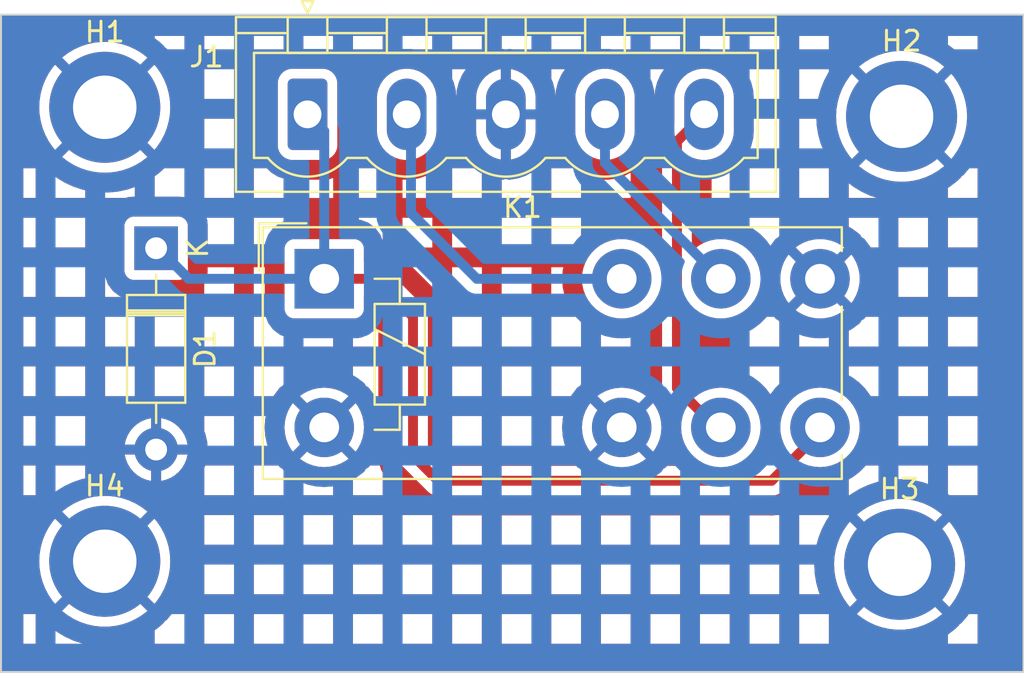
<source format=kicad_pcb>
(kicad_pcb (version 20221018) (generator pcbnew)
  (layers (0 "F.Cu" signal) (31 "B.Cu" signal) (34 "B.Paste" user) (35 "F.Paste" user) (36 "B.SilkS" user "B.Silkscreen") (37 "F.SilkS" user "F.Silkscreen") (38 "B.Mask" user) (39 "F.Mask" user) (44 "Edge.Cuts" user))
  (net 0 "")
  (net 1 "/w_on")
  (net 2 "GND")
  (net 3 "/r_on")
  (net 4 "/con_a")
  (net 5 "/con_b")
  (footprint "Diode_THT:D_DO-41_SOD81_P10.16mm_Horizontal" (layer "F.Cu") (at 29.0068 26.416 -90)
    (fp_text reference "D1" (at 5.08 -2.47 90) (layer "F.SilkS"))
    (fp_text value "1N4001")
    (fp_text user "K" (at 0 -2.1 90) (layer "F.SilkS"))
    (fp_line (start 1.34 0) (end 2.36 0) (stroke (width 0.12)) (layer "F.SilkS"))
    (fp_line (start 2.36 -1.47) (end 2.36 1.47) (stroke (width 0.12)) (layer "F.SilkS"))
    (fp_line (start 2.36 1.47) (end 7.8 1.47) (stroke (width 0.12)) (layer "F.SilkS"))
    (fp_line (start 3.14 -1.47) (end 3.14 1.47) (stroke (width 0.12)) (layer "F.SilkS"))
    (fp_line (start 3.26 -1.47) (end 3.26 1.47) (stroke (width 0.12)) (layer "F.SilkS"))
    (fp_line (start 3.38 -1.47) (end 3.38 1.47) (stroke (width 0.12)) (layer "F.SilkS"))
    (fp_line (start 7.8 -1.47) (end 2.36 -1.47) (stroke (width 0.12)) (layer "F.SilkS"))
    (fp_line (start 7.8 1.47) (end 7.8 -1.47) (stroke (width 0.12)) (layer "F.SilkS"))
    (fp_line (start 8.82 0) (end 7.8 0) (stroke (width 0.12)) (layer "F.SilkS"))
    (pad "1" thru_hole rect (at 0 0 270) (size 2.2 2.2) (drill 1.1) (layers "*.Cu" "*.Mask") (net 1 "/w_on"))
    (pad "2" thru_hole oval (at 10.16 0 270) (size 2.2 2.2) (drill 1.1) (layers "*.Cu" "*.Mask") (net 2 "GND"))
  )
  (footprint "MountingHole:MountingHole_3.2mm_M3_DIN965_Pad_TopBottom" (layer "F.Cu") (at 26.416 19.304)
    (fp_text reference "H1" (at 0 -3.8) (layer "F.SilkS"))
    (fp_text value "MountingHole_Pad" hide)
    (pad "1" thru_hole circle (at 0 0) (size 3.6 3.6) (drill 3.2) (layers "*.Cu" "*.Mask") (net 2 "GND"))
    (pad "1" connect circle (at 0 0) (size 5.6 5.6) (layers "F.Cu" "F.Mask") (net 2 "GND"))
    (pad "1" connect circle (at 0 0) (size 5.6 5.6) (layers "B.Cu" "B.Mask") (net 2 "GND"))
  )
  (footprint "MountingHole:MountingHole_3.2mm_M3_DIN965_Pad_TopBottom" (layer "F.Cu") (at 66.4972 42.3672)
    (fp_text reference "H3" (at 0 -3.8) (layer "F.SilkS"))
    (fp_text value "MountingHole_Pad" hide)
    (pad "1" thru_hole circle (at 0 0) (size 3.6 3.6) (drill 3.2) (layers "*.Cu" "*.Mask") (net 2 "GND"))
    (pad "1" connect circle (at 0 0) (size 5.6 5.6) (layers "F.Cu" "F.Mask") (net 2 "GND"))
    (pad "1" connect circle (at 0 0) (size 5.6 5.6) (layers "B.Cu" "B.Mask") (net 2 "GND"))
  )
  (footprint "Relay_THT:Relay_DPDT_Finder_40.52" (layer "F.Cu") (at 37.484 27.9584)
    (fp_text reference "K1" (at 10 -3.6) (layer "F.SilkS"))
    (fp_text value "FINDER-40.52")
    (fp_line (start -3.3 -0.4) (end -3.3 -2.8) (stroke (width 0.12)) (layer "F.SilkS"))
    (fp_line (start -3.1 -2.6) (end 26.1 -2.6) (stroke (width 0.12)) (layer "F.SilkS"))
    (fp_line (start -3.1 10.1) (end -3.1 -2.6) (stroke (width 0.12)) (layer "F.SilkS"))
    (fp_line (start -0.9 -2.8) (end -3.3 -2.8) (stroke (width 0.12)) (layer "F.SilkS"))
    (fp_line (start 2.54 0) (end 3.81 0) (stroke (width 0.12)) (layer "F.SilkS"))
    (fp_line (start 2.54 1.27) (end 3.81 1.27) (stroke (width 0.12)) (layer "F.SilkS"))
    (fp_line (start 2.54 2.54) (end 5.08 3.81) (stroke (width 0.12)) (layer "F.SilkS"))
    (fp_line (start 2.54 6.35) (end 2.54 1.27) (stroke (width 0.12)) (layer "F.SilkS"))
    (fp_line (start 3.81 0) (end 3.81 1.27) (stroke (width 0.12)) (layer "F.SilkS"))
    (fp_line (start 3.81 1.27) (end 5.08 1.27) (stroke (width 0.12)) (layer "F.SilkS"))
    (fp_line (start 3.81 6.35) (end 3.81 7.62) (stroke (width 0.12)) (layer "F.SilkS"))
    (fp_line (start 3.81 7.62) (end 2.54 7.62) (stroke (width 0.12)) (layer "F.SilkS"))
    (fp_line (start 5.08 1.27) (end 5.08 6.35) (stroke (width 0.12)) (layer "F.SilkS"))
    (fp_line (start 5.08 6.35) (end 2.54 6.35) (stroke (width 0.12)) (layer "F.SilkS"))
    (fp_line (start 26.1 -2.6) (end 26.1 -1.4) (stroke (width 0.12)) (layer "F.SilkS"))
    (fp_line (start 26.1 1.4) (end 26.1 6.1) (stroke (width 0.12)) (layer "F.SilkS"))
    (fp_line (start 26.1 8.9) (end 26.1 10.1) (stroke (width 0.12)) (layer "F.SilkS"))
    (fp_line (start 26.1 10.1) (end -3.1 10.1) (stroke (width 0.12)) (layer "F.SilkS"))
    (pad "11" thru_hole circle (at 20 0) (size 3 3) (drill 1.5) (layers "*.Cu" "*.Mask") (net 4 "/con_a"))
    (pad "12" thru_hole circle (at 15 0) (size 3 3) (drill 1.5) (layers "*.Cu" "*.Mask") (net 3 "/r_on"))
    (pad "14" thru_hole circle (at 25 0) (size 3 3) (drill 1.5) (layers "*.Cu" "*.Mask") (net 2 "GND"))
    (pad "21" thru_hole circle (at 20 7.5) (size 3 3) (drill 1.5) (layers "*.Cu" "*.Mask") (net 5 "/con_b"))
    (pad "22" thru_hole circle (at 15 7.5) (size 3 3) (drill 1.5) (layers "*.Cu" "*.Mask") (net 2 "GND"))
    (pad "24" thru_hole circle (at 25 7.5) (size 3 3) (drill 1.5) (layers "*.Cu" "*.Mask") (net 1 "/w_on"))
    (pad "A1" thru_hole rect (at 0 0) (size 3 3) (drill 1.5) (layers "*.Cu" "*.Mask") (net 1 "/w_on"))
    (pad "A2" thru_hole circle (at 0 7.5) (size 3 3) (drill 1.5) (layers "*.Cu" "*.Mask") (net 2 "GND"))
  )
  (footprint "Connector_Phoenix_MSTB:PhoenixContact_MSTBVA_2,5_5-G_1x05_P5.00mm_Vertical" (layer "F.Cu") (at 36.642 19.6596)
    (fp_text reference "J1" (at -5.0952 -2.8956) (layer "F.SilkS"))
    (fp_text value "Conn_01x05")
    (fp_line (start -3.61 -4.91) (end -3.61 3.91) (stroke (width 0.12)) (layer "F.SilkS"))
    (fp_line (start -3.61 -4.1) (end -1.11 -4.1) (stroke (width 0.12)) (layer "F.SilkS"))
    (fp_line (start -3.61 3.91) (end 23.61 3.91) (stroke (width 0.12)) (layer "F.SilkS"))
    (fp_line (start -2.7 -3.1) (end 22.7 -3.1) (stroke (width 0.12)) (layer "F.SilkS"))
    (fp_line (start -2.7 2.2) (end -2.7 -3.1) (stroke (width 0.12)) (layer "F.SilkS"))
    (fp_line (start -2 2.2) (end -2.7 2.2) (stroke (width 0.12)) (layer "F.SilkS"))
    (fp_line (start -1 -4.91) (end 1 -4.91) (stroke (width 0.12)) (layer "F.SilkS"))
    (fp_line (start -1 -3.1) (end -1 -4.91) (stroke (width 0.12)) (layer "F.SilkS"))
    (fp_line (start -0.3 -5.71) (end 0.3 -5.71) (stroke (width 0.12)) (layer "F.SilkS"))
    (fp_line (start 0 -5.11) (end -0.3 -5.71) (stroke (width 0.12)) (layer "F.SilkS"))
    (fp_line (start 0.3 -5.71) (end 0 -5.11) (stroke (width 0.12)) (layer "F.SilkS"))
    (fp_line (start 1 -4.91) (end 1 -3.1) (stroke (width 0.12)) (layer "F.SilkS"))
    (fp_line (start 1 -4.1) (end 4 -4.1) (stroke (width 0.12)) (layer "F.SilkS"))
    (fp_line (start 1 -3.1) (end -1 -3.1) (stroke (width 0.12)) (layer "F.SilkS"))
    (fp_line (start 2 2.2) (end 3 2.2) (stroke (width 0.12)) (layer "F.SilkS"))
    (fp_line (start 4 -4.91) (end 6 -4.91) (stroke (width 0.12)) (layer "F.SilkS"))
    (fp_line (start 4 -3.1) (end 4 -4.91) (stroke (width 0.12)) (layer "F.SilkS"))
    (fp_line (start 6 -4.91) (end 6 -3.1) (stroke (width 0.12)) (layer "F.SilkS"))
    (fp_line (start 6 -4.1) (end 9 -4.1) (stroke (width 0.12)) (layer "F.SilkS"))
    (fp_line (start 6 -3.1) (end 4 -3.1) (stroke (width 0.12)) (layer "F.SilkS"))
    (fp_line (start 7 2.2) (end 8 2.2) (stroke (width 0.12)) (layer "F.SilkS"))
    (fp_line (start 9 -4.91) (end 11 -4.91) (stroke (width 0.12)) (layer "F.SilkS"))
    (fp_line (start 9 -3.1) (end 9 -4.91) (stroke (width 0.12)) (layer "F.SilkS"))
    (fp_line (start 11 -4.91) (end 11 -3.1) (stroke (width 0.12)) (layer "F.SilkS"))
    (fp_line (start 11 -4.1) (end 14 -4.1) (stroke (width 0.12)) (layer "F.SilkS"))
    (fp_line (start 11 -3.1) (end 9 -3.1) (stroke (width 0.12)) (layer "F.SilkS"))
    (fp_line (start 12 2.2) (end 13 2.2) (stroke (width 0.12)) (layer "F.SilkS"))
    (fp_line (start 14 -4.91) (end 16 -4.91) (stroke (width 0.12)) (layer "F.SilkS"))
    (fp_line (start 14 -3.1) (end 14 -4.91) (stroke (width 0.12)) (layer "F.SilkS"))
    (fp_line (start 16 -4.91) (end 16 -3.1) (stroke (width 0.12)) (layer "F.SilkS"))
    (fp_line (start 16 -4.1) (end 19 -4.1) (stroke (width 0.12)) (layer "F.SilkS"))
    (fp_line (start 16 -3.1) (end 14 -3.1) (stroke (width 0.12)) (layer "F.SilkS"))
    (fp_line (start 17 2.2) (end 18 2.2) (stroke (width 0.12)) (layer "F.SilkS"))
    (fp_line (start 19 -4.91) (end 21 -4.91) (stroke (width 0.12)) (layer "F.SilkS"))
    (fp_line (start 19 -3.1) (end 19 -4.91) (stroke (width 0.12)) (layer "F.SilkS"))
    (fp_line (start 21 -4.91) (end 21 -3.1) (stroke (width 0.12)) (layer "F.SilkS"))
    (fp_line (start 21 -3.1) (end 19 -3.1) (stroke (width 0.12)) (layer "F.SilkS"))
    (fp_line (start 22.7 -3.1) (end 22.7 2.2) (stroke (width 0.12)) (layer "F.SilkS"))
    (fp_line (start 22.7 2.2) (end 22 2.2) (stroke (width 0.12)) (layer "F.SilkS"))
    (fp_line (start 23.61 -4.91) (end -3.61 -4.91) (stroke (width 0.12)) (layer "F.SilkS"))
    (fp_line (start 23.61 -4.1) (end 21.11 -4.1) (stroke (width 0.12)) (layer "F.SilkS"))
    (fp_line (start 23.61 3.91) (end 23.61 -4.91) (stroke (width 0.12)) (layer "F.SilkS"))
    (fp_arc (start 1.986842 2.215821) (mid -0.010289 3.142758) (end -2 2.2) (stroke (width 0.12)) (layer "F.SilkS"))
    (fp_arc (start 6.986842 2.215821) (mid 4.989711 3.142758) (end 3 2.2) (stroke (width 0.12)) (layer "F.SilkS"))
    (fp_arc (start 11.986842 2.215821) (mid 9.989711 3.142758) (end 8 2.2) (stroke (width 0.12)) (layer "F.SilkS"))
    (fp_arc (start 16.986842 2.215821) (mid 14.989711 3.142758) (end 13 2.2) (stroke (width 0.12)) (layer "F.SilkS"))
    (fp_arc (start 21.986842 2.215821) (mid 19.989711 3.142758) (end 18 2.2) (stroke (width 0.12)) (layer "F.SilkS"))
    (pad "1" thru_hole roundrect (at 0 0) (size 2 3.6) (drill 1.4) (layers "*.Cu" "*.Mask") (roundrect_rratio 0.125) (net 1 "/w_on"))
    (pad "2" thru_hole oval (at 5 0) (size 2 3.6) (drill 1.4) (layers "*.Cu" "*.Mask") (net 3 "/r_on"))
    (pad "3" thru_hole oval (at 10 0) (size 2 3.6) (drill 1.4) (layers "*.Cu" "*.Mask") (net 2 "GND"))
    (pad "4" thru_hole oval (at 15 0) (size 2 3.6) (drill 1.4) (layers "*.Cu" "*.Mask") (net 4 "/con_a"))
    (pad "5" thru_hole oval (at 20 0) (size 2 3.6) (drill 1.4) (layers "*.Cu" "*.Mask") (net 5 "/con_b"))
  )
  (footprint "MountingHole:MountingHole_3.2mm_M3_DIN965_Pad_TopBottom" (layer "F.Cu") (at 66.5988 19.7612)
    (fp_text reference "H2" (at 0 -3.8) (layer "F.SilkS"))
    (fp_text value "MountingHole_Pad" hide)
    (pad "1" thru_hole circle (at 0 0) (size 3.6 3.6) (drill 3.2) (layers "*.Cu" "*.Mask") (net 2 "GND"))
    (pad "1" connect circle (at 0 0) (size 5.6 5.6) (layers "F.Cu" "F.Mask") (net 2 "GND"))
    (pad "1" connect circle (at 0 0) (size 5.6 5.6) (layers "B.Cu" "B.Mask") (net 2 "GND"))
  )
  (footprint "MountingHole:MountingHole_3.2mm_M3_DIN965_Pad_TopBottom" (layer "F.Cu") (at 26.416 42.2148)
    (fp_text reference "H4" (at 0 -3.8) (layer "F.SilkS"))
    (fp_text value "MountingHole_Pad" hide)
    (pad "1" thru_hole circle (at 0 0) (size 3.6 3.6) (drill 3.2) (layers "*.Cu" "*.Mask") (net 2 "GND"))
    (pad "1" connect circle (at 0 0) (size 5.6 5.6) (layers "F.Cu" "F.Mask") (net 2 "GND"))
    (pad "1" connect circle (at 0 0) (size 5.6 5.6) (layers "B.Cu" "B.Mask") (net 2 "GND"))
  )
  (gr_rect (start 21.1836 14.6304) (end 72.7456 47.8028) (stroke (width 0.1)) (fill none) (layer "Edge.Cuts"))
  (segment (start 41.9608 29.8704) (end 41.9608 36.8808) (width 0.5) (layer "F.Cu") (net 1))
  (segment (start 60.0456 38.1508) (end 62.484 35.7124) (width 0.5) (layer "F.Cu") (net 1))
  (segment (start 62.484 35.7124) (end 62.484 35.4584) (width 0.5) (layer "F.Cu") (net 1))
  (segment (start 41.9608 36.8808) (end 43.2308 38.1508) (width 0.5) (layer "F.Cu") (net 1))
  (segment (start 40.0488 27.9584) (end 41.9608 29.8704) (width 0.5) (layer "F.Cu") (net 1))
  (segment (start 37.484 27.9584) (end 40.0488 27.9584) (width 0.5) (layer "F.Cu") (net 1))
  (segment (start 43.2308 38.1508) (end 60.0456 38.1508) (width 0.5) (layer "F.Cu") (net 1))
  (segment (start 30.6508 27.9584) (end 29.1084 26.416) (width 0.5) (layer "B.Cu") (net 1))
  (segment (start 37.484 20.5016) (end 37.484 27.9584) (width 0.5) (layer "B.Cu") (net 1))
  (segment (start 29.1084 26.416) (end 29.0068 26.416) (width 0.5) (layer "B.Cu") (net 1))
  (segment (start 37.484 27.9584) (end 30.6508 27.9584) (width 0.5) (layer "B.Cu") (net 1))
  (segment (start 36.642 19.6596) (end 37.484 20.5016) (width 0.5) (layer "B.Cu") (net 1))
  (segment (start 45.1796 27.9584) (end 41.8592 24.638) (width 0.5) (layer "B.Cu") (net 3))
  (segment (start 41.8592 19.8768) (end 41.642 19.6596) (width 0.5) (layer "B.Cu") (net 3))
  (segment (start 52.484 27.9584) (end 45.1796 27.9584) (width 0.5) (layer "B.Cu") (net 3))
  (segment (start 41.8592 24.638) (end 41.8592 19.8768) (width 0.5) (layer "B.Cu") (net 3))
  (segment (start 51.642 19.6596) (end 51.642 22.1164) (width 0.5) (layer "B.Cu") (net 4))
  (segment (start 51.642 22.1164) (end 57.484 27.9584) (width 0.5) (layer "B.Cu") (net 4))
  (segment (start 55.2704 21.0312) (end 56.642 19.6596) (width 0.5) (layer "F.Cu") (net 5))
  (segment (start 55.2704 21.0312) (end 55.2704 33.4772) (width 0.5) (layer "F.Cu") (net 5))
  (segment (start 57.2516 35.4584) (end 57.484 35.4584) (width 0.5) (layer "F.Cu") (net 5))
  (segment (start 55.2704 33.4772) (end 57.2516 35.4584) (width 0.5) (layer "F.Cu") (net 5))
  (zone (net 2) (net_name "GND") (layers "F&B.Cu") (connect_pads (clearance 0.5)) (min_thickness 0.25) (fill yes (mode hatch) (thermal_gap 0.5) (thermal_bridge_width 0.5) (hatch_thickness 1) (hatch_gap 1.5) (hatch_orientation 0) (hatch_border_algorithm hatch_thickness) (hatch_min_hole_area 0.3))
    (polygon (pts (xy 21.1836 14.5796) (xy 72.7964 14.5796) (xy 72.7964 47.8028) (xy 21.1836 47.8028)))
  )
)
</source>
